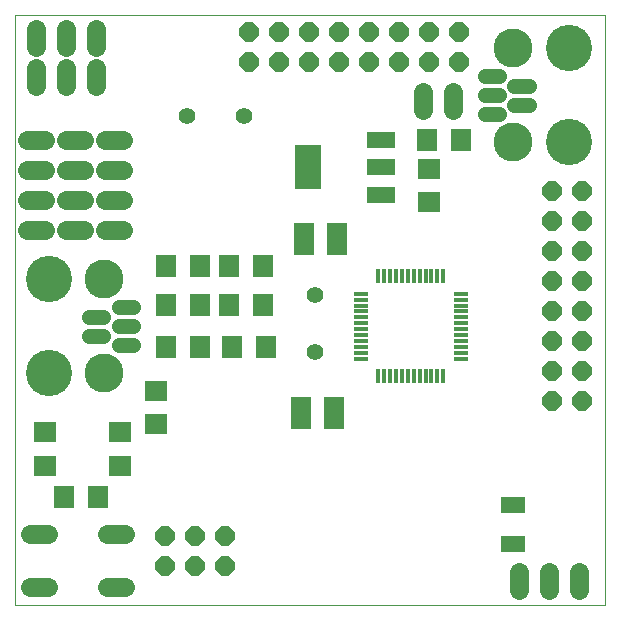
<source format=gts>
G75*
%MOIN*%
%OFA0B0*%
%FSLAX25Y25*%
%IPPOS*%
%LPD*%
%AMOC8*
5,1,8,0,0,1.08239X$1,22.5*
%
%ADD10C,0.00000*%
%ADD11C,0.06400*%
%ADD12R,0.05124X0.01581*%
%ADD13R,0.01581X0.05124*%
%ADD14OC8,0.06400*%
%ADD15R,0.06699X0.07498*%
%ADD16R,0.07498X0.06699*%
%ADD17R,0.08400X0.05400*%
%ADD18C,0.15400*%
%ADD19C,0.12998*%
%ADD20C,0.05156*%
%ADD21R,0.09200X0.05200*%
%ADD22R,0.09061X0.14573*%
%ADD23R,0.07487X0.06699*%
%ADD24C,0.05600*%
%ADD25R,0.06699X0.11030*%
D10*
X0009000Y0001100D02*
X0009000Y0197950D01*
X0205850Y0197950D01*
X0205850Y0001100D01*
X0009000Y0001100D01*
D11*
X0014200Y0007200D02*
X0020200Y0007200D01*
X0020200Y0025000D02*
X0014200Y0025000D01*
X0039800Y0025000D02*
X0045800Y0025000D01*
X0045800Y0007200D02*
X0039800Y0007200D01*
X0039000Y0126100D02*
X0045000Y0126100D01*
X0045000Y0136100D02*
X0039000Y0136100D01*
X0032000Y0136100D02*
X0026000Y0136100D01*
X0019000Y0136100D02*
X0013000Y0136100D01*
X0013000Y0126100D02*
X0019000Y0126100D01*
X0026000Y0126100D02*
X0032000Y0126100D01*
X0032000Y0146100D02*
X0026000Y0146100D01*
X0019000Y0146100D02*
X0013000Y0146100D01*
X0013000Y0156100D02*
X0019000Y0156100D01*
X0026000Y0156100D02*
X0032000Y0156100D01*
X0039000Y0156100D02*
X0045000Y0156100D01*
X0045000Y0146100D02*
X0039000Y0146100D01*
X0036000Y0174100D02*
X0036000Y0180100D01*
X0036000Y0187100D02*
X0036000Y0193100D01*
X0026000Y0193100D02*
X0026000Y0187100D01*
X0026000Y0180100D02*
X0026000Y0174100D01*
X0016000Y0174100D02*
X0016000Y0180100D01*
X0016000Y0187100D02*
X0016000Y0193100D01*
X0145000Y0172100D02*
X0145000Y0166100D01*
X0155000Y0166100D02*
X0155000Y0172100D01*
X0177000Y0012100D02*
X0177000Y0006100D01*
X0187000Y0006100D02*
X0187000Y0012100D01*
X0197000Y0012100D02*
X0197000Y0006100D01*
D12*
X0157732Y0083273D03*
X0157732Y0085242D03*
X0157732Y0087210D03*
X0157732Y0089179D03*
X0157732Y0091147D03*
X0157732Y0093116D03*
X0157732Y0095084D03*
X0157732Y0097053D03*
X0157732Y0099021D03*
X0157732Y0100990D03*
X0157732Y0102958D03*
X0157732Y0104927D03*
X0124268Y0104927D03*
X0124268Y0102958D03*
X0124268Y0100990D03*
X0124268Y0099021D03*
X0124268Y0097053D03*
X0124268Y0095084D03*
X0124268Y0093116D03*
X0124268Y0091147D03*
X0124268Y0089179D03*
X0124268Y0087210D03*
X0124268Y0085242D03*
X0124268Y0083273D03*
D13*
X0130173Y0077368D03*
X0132142Y0077368D03*
X0134110Y0077368D03*
X0136079Y0077368D03*
X0138047Y0077368D03*
X0140016Y0077368D03*
X0141984Y0077368D03*
X0143953Y0077368D03*
X0145921Y0077368D03*
X0147890Y0077368D03*
X0149858Y0077368D03*
X0151827Y0077368D03*
X0151827Y0110832D03*
X0149858Y0110832D03*
X0147890Y0110832D03*
X0145921Y0110832D03*
X0143953Y0110832D03*
X0141984Y0110832D03*
X0140016Y0110832D03*
X0138047Y0110832D03*
X0136079Y0110832D03*
X0134110Y0110832D03*
X0132142Y0110832D03*
X0130173Y0110832D03*
D14*
X0188000Y0109100D03*
X0188000Y0099100D03*
X0188000Y0089100D03*
X0188000Y0079100D03*
X0188000Y0069100D03*
X0198000Y0069100D03*
X0198000Y0079100D03*
X0198000Y0089100D03*
X0198000Y0099100D03*
X0198000Y0109100D03*
X0198000Y0119100D03*
X0198000Y0129100D03*
X0198000Y0139100D03*
X0188000Y0139100D03*
X0188000Y0129100D03*
X0188000Y0119100D03*
X0157000Y0182100D03*
X0157000Y0192100D03*
X0147000Y0192100D03*
X0137000Y0192100D03*
X0137000Y0182100D03*
X0147000Y0182100D03*
X0127000Y0182100D03*
X0127000Y0192100D03*
X0117000Y0192100D03*
X0107000Y0192100D03*
X0107000Y0182100D03*
X0117000Y0182100D03*
X0097000Y0182100D03*
X0097000Y0192100D03*
X0087000Y0192100D03*
X0087000Y0182100D03*
X0079000Y0024100D03*
X0069000Y0024100D03*
X0069000Y0014100D03*
X0079000Y0014100D03*
X0059000Y0014100D03*
X0059000Y0024100D03*
D15*
X0036598Y0037100D03*
X0025402Y0037100D03*
X0059402Y0087100D03*
X0070598Y0087100D03*
X0081402Y0087100D03*
X0092598Y0087100D03*
X0091598Y0101100D03*
X0080402Y0101100D03*
X0070598Y0101100D03*
X0059402Y0101100D03*
X0059402Y0114100D03*
X0070598Y0114100D03*
X0080402Y0114100D03*
X0091598Y0114100D03*
X0146402Y0156100D03*
X0157598Y0156100D03*
D16*
X0044000Y0058698D03*
X0044000Y0047502D03*
X0019000Y0047502D03*
X0019000Y0058698D03*
D17*
X0175000Y0034600D03*
X0175000Y0021600D03*
D18*
X0193646Y0155352D03*
X0193646Y0186848D03*
X0020354Y0109848D03*
X0020354Y0078352D03*
D19*
X0038858Y0078352D03*
X0038858Y0109848D03*
X0175142Y0155352D03*
X0175142Y0186848D03*
D20*
X0170417Y0177399D02*
X0165661Y0177399D01*
X0165661Y0171100D02*
X0170417Y0171100D01*
X0175535Y0167950D02*
X0180291Y0167950D01*
X0180291Y0174250D02*
X0175535Y0174250D01*
X0170417Y0164801D02*
X0165661Y0164801D01*
X0048339Y0100399D02*
X0043583Y0100399D01*
X0038465Y0097250D02*
X0033709Y0097250D01*
X0033709Y0090950D02*
X0038465Y0090950D01*
X0043583Y0087801D02*
X0048339Y0087801D01*
X0048339Y0094100D02*
X0043583Y0094100D01*
D21*
X0131200Y0138000D03*
X0131200Y0147100D03*
X0131200Y0156200D03*
D22*
X0106799Y0147100D03*
D23*
X0147000Y0146612D03*
X0147000Y0135588D03*
X0056000Y0072612D03*
X0056000Y0061588D03*
D24*
X0109000Y0085600D03*
X0109000Y0104600D03*
X0085500Y0164100D03*
X0066500Y0164100D03*
D25*
X0105488Y0123100D03*
X0116512Y0123100D03*
X0115512Y0065100D03*
X0104488Y0065100D03*
M02*

</source>
